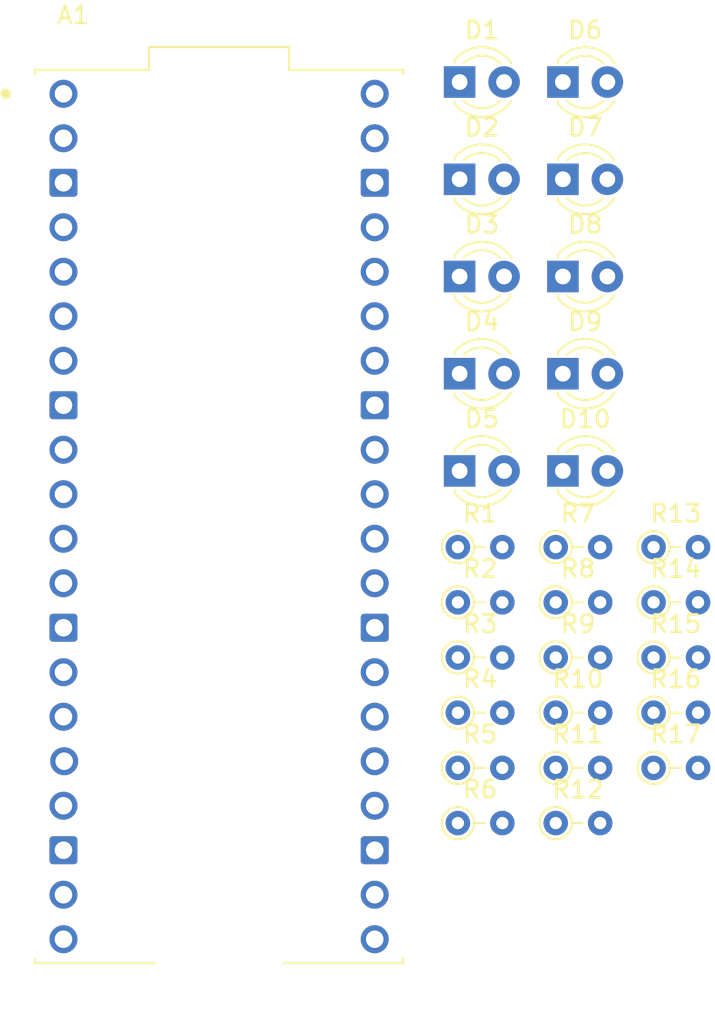
<source format=kicad_pcb>
(kicad_pcb (version 20240108) (generator "pcbnew") (generator_version "8.0")
  (layers (0 "F.Cu" signal) (31 "B.Cu" signal) (34 "B.Paste" user) (35 "F.Paste" user) (36 "B.SilkS" user "B.Silkscreen") (37 "F.SilkS" user "F.Silkscreen") (38 "B.Mask" user) (39 "F.Mask" user) (44 "Edge.Cuts" user))
  (net 0 "")
  (net 1 "Net-(A1-GP19)")
  (net 8 "Net-(A1-GP6)")
  (net 13 "Net-(D1-K)")
  (net 14 "Net-(A1-GP2)")
  (net 16 "Net-(A1-GP0)")
  (net 18 "Net-(A1-3V3_OUT)")
  (net 19 "Net-(A1-GP5)")
  (net 20 "Net-(A1-GP1)")
  (net 23 "Net-(A1-GP21)")
  (net 33 "Net-(A1-GP18)")
  (net 35 "Net-(A1-GP22)")
  (net 36 "Net-(A1-GP4)")
  (net 37 "Net-(A1-GP16)")
  (net 38 "Net-(A1-GP3)")
  (net 39 "Net-(A1-GP20)")
  (net 41 "Net-(D1-A)")
  (net 42 "Net-(D2-A)")
  (net 43 "Net-(D3-A)")
  (net 44 "Net-(D4-A)")
  (net 45 "Net-(D5-A)")
  (net 46 "Net-(D6-A)")
  (net 47 "Net-(D7-A)")
  (net 48 "Net-(D8-A)")
  (net 49 "Net-(D9-A)")
  (net 50 "Net-(D10-A)")
  (net 51 "Net-(U1-9)")
  (net 52 "Net-(U1-8)")
  (net 53 "Net-(U1-7)")
  (net 54 "Net-(U1-6)")
  (net 55 "Net-(U1-5)")
  (net 56 "Net-(U1-4)")
  (net 57 "Net-(U1-3)")
  (net 58 "Net-(U1-2)")
  (net 59 "Net-(U1-1)")
  (net 60 "Net-(U1-0)")
  (net 61 "Net-(LD1-A)")
  (net 62 "Net-(LD2-A)")
  (net 63 "Net-(LD3-A)")
  (net 64 "Net-(LD4-A)")
  (net 65 "Net-(LD5-A)")
  (net 66 "Net-(LD6-A)")
  (net 67 "Net-(LD7-A)")
  (footprint "LED_THT:LED_D3.0mm" (layer "F.Cu") (at 32.155 7.825)
    (property "Reference" "D7" (at 1.27 -2.96 0) (layer "F.SilkS"))
    (property "Value" "LED")
    (fp_line (start -0.29 -1.236) (end -0.29 -1.08) (stroke (width 0.12)) (layer "F.SilkS"))
    (fp_line (start -0.29 1.08) (end -0.29 1.236) (stroke (width 0.12)) (layer "F.SilkS"))
    (fp_arc (start -0.29 -1.235516) (mid 1.366487 -1.987659) (end 2.942335 -1.078608) (stroke (width 0.12)) (layer "F.SilkS"))
    (fp_arc (start 0.229039 -1.08) (mid 1.270117 -1.5) (end 2.31113 -1.079837) (stroke (width 0.12)) (layer "F.SilkS"))
    (fp_arc (start 2.31113 1.079837) (mid 1.270117 1.5) (end 0.229039 1.08) (stroke (width 0.12)) (layer "F.SilkS"))
    (fp_arc (start 2.942335 1.078608) (mid 1.366487 1.987659) (end -0.29 1.235516) (stroke (width 0.12)) (layer "F.SilkS"))
    (pad "1" thru_hole rect (at 0 0) (size 1.8 1.8) (drill 0.9) (layers "*.Cu" "*.Mask") (net 13 "Net-(D1-K)"))
    (pad "2" thru_hole circle (at 2.54 0) (size 1.8 1.8) (drill 0.9) (layers "*.Cu" "*.Mask") (net 47 "Net-(D7-A)"))
  )
  (footprint "Resistor_THT:R_Axial_DIN0204_L3.6mm_D1.6mm_P2.54mm_Vertical" (layer "F.Cu") (at 31.745 41.425)
    (property "Reference" "R11" (at 1.27 -1.92 0) (layer "F.SilkS"))
    (property "Value" "R")
    (fp_line (start 0.92 0) (end 1.54 0) (stroke (width 0.12)) (layer "F.SilkS"))
    (fp_circle (center 0 0) (end 0.92 0) (stroke (width 0.12)) (fill none) (layer "F.SilkS"))
    (pad "1" thru_hole circle (at 0 0) (size 1.4 1.4) (drill 0.7) (layers "*.Cu" "*.Mask") (net 61 "Net-(LD1-A)"))
    (pad "2" thru_hole oval (at 2.54 0) (size 1.4 1.4) (drill 0.7) (layers "*.Cu" "*.Mask") (net 16 "Net-(A1-GP0)"))
  )
  (footprint "LED_THT:LED_D3.0mm" (layer "F.Cu") (at 26.255 7.825)
    (property "Reference" "D2" (at 1.27 -2.96 0) (layer "F.SilkS"))
    (property "Value" "LED")
    (fp_line (start -0.29 -1.236) (end -0.29 -1.08) (stroke (width 0.12)) (layer "F.SilkS"))
    (fp_line (start -0.29 1.08) (end -0.29 1.236) (stroke (width 0.12)) (layer "F.SilkS"))
    (fp_arc (start -0.29 -1.235516) (mid 1.366487 -1.987659) (end 2.942335 -1.078608) (stroke (width 0.12)) (layer "F.SilkS"))
    (fp_arc (start 0.229039 -1.08) (mid 1.270117 -1.5) (end 2.31113 -1.079837) (stroke (width 0.12)) (layer "F.SilkS"))
    (fp_arc (start 2.31113 1.079837) (mid 1.270117 1.5) (end 0.229039 1.08) (stroke (width 0.12)) (layer "F.SilkS"))
    (fp_arc (start 2.942335 1.078608) (mid 1.366487 1.987659) (end -0.29 1.235516) (stroke (width 0.12)) (layer "F.SilkS"))
    (pad "1" thru_hole rect (at 0 0) (size 1.8 1.8) (drill 0.9) (layers "*.Cu" "*.Mask") (net 13 "Net-(D1-K)"))
    (pad "2" thru_hole circle (at 2.54 0) (size 1.8 1.8) (drill 0.9) (layers "*.Cu" "*.Mask") (net 42 "Net-(D2-A)"))
  )
  (footprint "Resistor_THT:R_Axial_DIN0204_L3.6mm_D1.6mm_P2.54mm_Vertical" (layer "F.Cu") (at 31.745 44.575)
    (property "Reference" "R12" (at 1.27 -1.92 0) (layer "F.SilkS"))
    (property "Value" "R")
    (fp_line (start 0.92 0) (end 1.54 0) (stroke (width 0.12)) (layer "F.SilkS"))
    (fp_circle (center 0 0) (end 0.92 0) (stroke (width 0.12)) (fill none) (layer "F.SilkS"))
    (pad "1" thru_hole circle (at 0 0) (size 1.4 1.4) (drill 0.7) (layers "*.Cu" "*.Mask") (net 62 "Net-(LD2-A)"))
    (pad "2" thru_hole oval (at 2.54 0) (size 1.4 1.4) (drill 0.7) (layers "*.Cu" "*.Mask") (net 20 "Net-(A1-GP1)"))
  )
  (footprint "Resistor_THT:R_Axial_DIN0204_L3.6mm_D1.6mm_P2.54mm_Vertical" (layer "F.Cu") (at 37.335 41.425)
    (property "Reference" "R17" (at 1.27 -1.92 0) (layer "F.SilkS"))
    (property "Value" "R")
    (fp_line (start 0.92 0) (end 1.54 0) (stroke (width 0.12)) (layer "F.SilkS"))
    (fp_circle (center 0 0) (end 0.92 0) (stroke (width 0.12)) (fill none) (layer "F.SilkS"))
    (pad "1" thru_hole circle (at 0 0) (size 1.4 1.4) (drill 0.7) (layers "*.Cu" "*.Mask") (net 67 "Net-(LD7-A)"))
    (pad "2" thru_hole oval (at 2.54 0) (size 1.4 1.4) (drill 0.7) (layers "*.Cu" "*.Mask") (net 8 "Net-(A1-GP6)"))
  )
  (footprint "LED_THT:LED_D3.0mm" (layer "F.Cu") (at 26.255 2.275)
    (property "Reference" "D1" (at 1.27 -2.96 0) (layer "F.SilkS"))
    (property "Value" "LED")
    (fp_line (start -0.29 -1.236) (end -0.29 -1.08) (stroke (width 0.12)) (layer "F.SilkS"))
    (fp_line (start -0.29 1.08) (end -0.29 1.236) (stroke (width 0.12)) (layer "F.SilkS"))
    (fp_arc (start -0.29 -1.235516) (mid 1.366487 -1.987659) (end 2.942335 -1.078608) (stroke (width 0.12)) (layer "F.SilkS"))
    (fp_arc (start 0.229039 -1.08) (mid 1.270117 -1.5) (end 2.31113 -1.079837) (stroke (width 0.12)) (layer "F.SilkS"))
    (fp_arc (start 2.31113 1.079837) (mid 1.270117 1.5) (end 0.229039 1.08) (stroke (width 0.12)) (layer "F.SilkS"))
    (fp_arc (start 2.942335 1.078608) (mid 1.366487 1.987659) (end -0.29 1.235516) (stroke (width 0.12)) (layer "F.SilkS"))
    (pad "1" thru_hole rect (at 0 0) (size 1.8 1.8) (drill 0.9) (layers "*.Cu" "*.Mask") (net 13 "Net-(D1-K)"))
    (pad "2" thru_hole circle (at 2.54 0) (size 1.8 1.8) (drill 0.9) (layers "*.Cu" "*.Mask") (net 41 "Net-(D1-A)"))
  )
  (footprint "Resistor_THT:R_Axial_DIN0204_L3.6mm_D1.6mm_P2.54mm_Vertical" (layer "F.Cu") (at 26.155 41.425)
    (property "Reference" "R5" (at 1.27 -1.92 0) (layer "F.SilkS"))
    (property "Value" "R")
    (fp_line (start 0.92 0) (end 1.54 0) (stroke (width 0.12)) (layer "F.SilkS"))
    (fp_circle (center 0 0) (end 0.92 0) (stroke (width 0.12)) (fill none) (layer "F.SilkS"))
    (pad "1" thru_hole circle (at 0 0) (size 1.4 1.4) (drill 0.7) (layers "*.Cu" "*.Mask") (net 45 "Net-(D5-A)"))
    (pad "2" thru_hole oval (at 2.54 0) (size 1.4 1.4) (drill 0.7) (layers "*.Cu" "*.Mask") (net 55 "Net-(U1-5)"))
  )
  (footprint "LED_THT:LED_D3.0mm" (layer "F.Cu") (at 32.155 24.475)
    (property "Reference" "D10" (at 1.27 -2.96 0) (layer "F.SilkS"))
    (property "Value" "LED")
    (fp_line (start -0.29 -1.236) (end -0.29 -1.08) (stroke (width 0.12)) (layer "F.SilkS"))
    (fp_line (start -0.29 1.08) (end -0.29 1.236) (stroke (width 0.12)) (layer "F.SilkS"))
    (fp_arc (start -0.29 -1.235516) (mid 1.366487 -1.987659) (end 2.942335 -1.078608) (stroke (width 0.12)) (layer "F.SilkS"))
    (fp_arc (start 0.229039 -1.08) (mid 1.270117 -1.5) (end 2.31113 -1.079837) (stroke (width 0.12)) (layer "F.SilkS"))
    (fp_arc (start 2.31113 1.079837) (mid 1.270117 1.5) (end 0.229039 1.08) (stroke (width 0.12)) (layer "F.SilkS"))
    (fp_arc (start 2.942335 1.078608) (mid 1.366487 1.987659) (end -0.29 1.235516) (stroke (width 0.12)) (layer "F.SilkS"))
    (pad "1" thru_hole rect (at 0 0) (size 1.8 1.8) (drill 0.9) (layers "*.Cu" "*.Mask") (net 13 "Net-(D1-K)"))
    (pad "2" thru_hole circle (at 2.54 0) (size 1.8 1.8) (drill 0.9) (layers "*.Cu" "*.Mask") (net 50 "Net-(D10-A)"))
  )
  (footprint "LED_THT:LED_D3.0mm" (layer "F.Cu") (at 26.255 24.475)
    (property "Reference" "D5" (at 1.27 -2.96 0) (layer "F.SilkS"))
    (property "Value" "LED")
    (fp_line (start -0.29 -1.236) (end -0.29 -1.08) (stroke (width 0.12)) (layer "F.SilkS"))
    (fp_line (start -0.29 1.08) (end -0.29 1.236) (stroke (width 0.12)) (layer "F.SilkS"))
    (fp_arc (start -0.29 -1.235516) (mid 1.366487 -1.987659) (end 2.942335 -1.078608) (stroke (width 0.12)) (layer "F.SilkS"))
    (fp_arc (start 0.229039 -1.08) (mid 1.270117 -1.5) (end 2.31113 -1.079837) (stroke (width 0.12)) (layer "F.SilkS"))
    (fp_arc (start 2.31113 1.079837) (mid 1.270117 1.5) (end 0.229039 1.08) (stroke (width 0.12)) (layer "F.SilkS"))
    (fp_arc (start 2.942335 1.078608) (mid 1.366487 1.987659) (end -0.29 1.235516) (stroke (width 0.12)) (layer "F.SilkS"))
    (pad "1" thru_hole rect (at 0 0) (size 1.8 1.8) (drill 0.9) (layers "*.Cu" "*.Mask") (net 13 "Net-(D1-K)"))
    (pad "2" thru_hole circle (at 2.54 0) (size 1.8 1.8) (drill 0.9) (layers "*.Cu" "*.Mask") (net 45 "Net-(D5-A)"))
  )
  (footprint "Resistor_THT:R_Axial_DIN0204_L3.6mm_D1.6mm_P2.54mm_Vertical" (layer "F.Cu") (at 37.335 35.125)
    (property "Reference" "R15" (at 1.27 -1.92 0) (layer "F.SilkS"))
    (property "Value" "R")
    (fp_line (start 0.92 0) (end 1.54 0) (stroke (width 0.12)) (layer "F.SilkS"))
    (fp_circle (center 0 0) (end 0.92 0) (stroke (width 0.12)) (fill none) (layer "F.SilkS"))
    (pad "1" thru_hole circle (at 0 0) (size 1.4 1.4) (drill 0.7) (layers "*.Cu" "*.Mask") (net 65 "Net-(LD5-A)"))
    (pad "2" thru_hole oval (at 2.54 0) (size 1.4 1.4) (drill 0.7) (layers "*.Cu" "*.Mask") (net 36 "Net-(A1-GP4)"))
  )
  (footprint "Resistor_THT:R_Axial_DIN0204_L3.6mm_D1.6mm_P2.54mm_Vertical" (layer "F.Cu") (at 26.155 38.275)
    (property "Reference" "R4" (at 1.27 -1.92 0) (layer "F.SilkS"))
    (property "Value" "R")
    (fp_line (start 0.92 0) (end 1.54 0) (stroke (width 0.12)) (layer "F.SilkS"))
    (fp_circle (center 0 0) (end 0.92 0) (stroke (width 0.12)) (fill none) (layer "F.SilkS"))
    (pad "1" thru_hole circle (at 0 0) (size 1.4 1.4) (drill 0.7) (layers "*.Cu" "*.Mask") (net 54 "Net-(U1-6)"))
    (pad "2" thru_hole oval (at 2.54 0) (size 1.4 1.4) (drill 0.7) (layers "*.Cu" "*.Mask") (net 44 "Net-(D4-A)"))
  )
  (footprint "Resistor_THT:R_Axial_DIN0204_L3.6mm_D1.6mm_P2.54mm_Vertical" (layer "F.Cu") (at 31.745 28.825)
    (property "Reference" "R7" (at 1.27 -1.92 0) (layer "F.SilkS"))
    (property "Value" "R")
    (fp_line (start 0.92 0) (end 1.54 0) (stroke (width 0.12)) (layer "F.SilkS"))
    (fp_circle (center 0 0) (end 0.92 0) (stroke (width 0.12)) (fill none) (layer "F.SilkS"))
    (pad "1" thru_hole circle (at 0 0) (size 1.4 1.4) (drill 0.7) (layers "*.Cu" "*.Mask") (net 57 "Net-(U1-3)"))
    (pad "2" thru_hole oval (at 2.54 0) (size 1.4 1.4) (drill 0.7) (layers "*.Cu" "*.Mask") (net 47 "Net-(D7-A)"))
  )
  (footprint "Resistor_THT:R_Axial_DIN0204_L3.6mm_D1.6mm_P2.54mm_Vertical" (layer "F.Cu") (at 26.155 28.825)
    (property "Reference" "R1" (at 1.27 -1.92 0) (layer "F.SilkS"))
    (property "Value" "R")
    (fp_line (start 0.92 0) (end 1.54 0) (stroke (width 0.12)) (layer "F.SilkS"))
    (fp_circle (center 0 0) (end 0.92 0) (stroke (width 0.12)) (fill none) (layer "F.SilkS"))
    (pad "1" thru_hole circle (at 0 0) (size 1.4 1.4) (drill 0.7) (layers "*.Cu" "*.Mask") (net 51 "Net-(U1-9)"))
    (pad "2" thru_hole oval (at 2.54 0) (size 1.4 1.4) (drill 0.7) (layers "*.Cu" "*.Mask") (net 41 "Net-(D1-A)"))
  )
  (footprint "Resistor_THT:R_Axial_DIN0204_L3.6mm_D1.6mm_P2.54mm_Vertical" (layer "F.Cu") (at 31.745 38.275)
    (property "Reference" "R10" (at 1.27 -1.92 0) (layer "F.SilkS"))
    (property "Value" "R")
    (fp_line (start 0.92 0) (end 1.54 0) (stroke (width 0.12)) (layer "F.SilkS"))
    (fp_circle (center 0 0) (end 0.92 0) (stroke (width 0.12)) (fill none) (layer "F.SilkS"))
    (pad "1" thru_hole circle (at 0 0) (size 1.4 1.4) (drill 0.7) (layers "*.Cu" "*.Mask") (net 60 "Net-(U1-0)"))
    (pad "2" thru_hole oval (at 2.54 0) (size 1.4 1.4) (drill 0.7) (layers "*.Cu" "*.Mask") (net 50 "Net-(D10-A)"))
  )
  (footprint "LED_THT:LED_D3.0mm" (layer "F.Cu") (at 32.155 18.925)
    (property "Reference" "D9" (at 1.27 -2.96 0) (layer "F.SilkS"))
    (property "Value" "LED")
    (fp_line (start -0.29 -1.236) (end -0.29 -1.08) (stroke (width 0.12)) (layer "F.SilkS"))
    (fp_line (start -0.29 1.08) (end -0.29 1.236) (stroke (width 0.12)) (layer "F.SilkS"))
    (fp_arc (start -0.29 -1.235516) (mid 1.366487 -1.987659) (end 2.942335 -1.078608) (stroke (width 0.12)) (layer "F.SilkS"))
    (fp_arc (start 0.229039 -1.08) (mid 1.270117 -1.5) (end 2.31113 -1.079837) (stroke (width 0.12)) (layer "F.SilkS"))
    (fp_arc (start 2.31113 1.079837) (mid 1.270117 1.5) (end 0.229039 1.08) (stroke (width 0.12)) (layer "F.SilkS"))
    (fp_arc (start 2.942335 1.078608) (mid 1.366487 1.987659) (end -0.29 1.235516) (stroke (width 0.12)) (layer "F.SilkS"))
    (pad "1" thru_hole rect (at 0 0) (size 1.8 1.8) (drill 0.9) (layers "*.Cu" "*.Mask") (net 13 "Net-(D1-K)"))
    (pad "2" thru_hole circle (at 2.54 0) (size 1.8 1.8) (drill 0.9) (layers "*.Cu" "*.Mask") (net 49 "Net-(D9-A)"))
  )
  (footprint "Resistor_THT:R_Axial_DIN0204_L3.6mm_D1.6mm_P2.54mm_Vertical" (layer "F.Cu") (at 31.745 31.975)
    (property "Reference" "R8" (at 1.27 -1.92 0) (layer "F.SilkS"))
    (property "Value" "R")
    (fp_line (start 0.92 0) (end 1.54 0) (stroke (width 0.12)) (layer "F.SilkS"))
    (fp_circle (center 0 0) (end 0.92 0) (stroke (width 0.12)) (fill none) (layer "F.SilkS"))
    (pad "1" thru_hole circle (at 0 0) (size 1.4 1.4) (drill 0.7) (layers "*.Cu" "*.Mask") (net 58 "Net-(U1-2)"))
    (pad "2" thru_hole oval (at 2.54 0) (size 1.4 1.4) (drill 0.7) (layers "*.Cu" "*.Mask") (net 48 "Net-(D8-A)"))
  )
  (footprint "LED_THT:LED_D3.0mm" (layer "F.Cu") (at 26.255 18.925)
    (property "Reference" "D4" (at 1.27 -2.96 0) (layer "F.SilkS"))
    (property "Value" "LED")
    (fp_line (start -0.29 -1.236) (end -0.29 -1.08) (stroke (width 0.12)) (layer "F.SilkS"))
    (fp_line (start -0.29 1.08) (end -0.29 1.236) (stroke (width 0.12)) (layer "F.SilkS"))
    (fp_arc (start -0.29 -1.235516) (mid 1.366487 -1.987659) (end 2.942335 -1.078608) (stroke (width 0.12)) (layer "F.SilkS"))
    (fp_arc (start 0.229039 -1.08) (mid 1.270117 -1.5) (end 2.31113 -1.079837) (stroke (width 0.12)) (layer "F.SilkS"))
    (fp_arc (start 2.31113 1.079837) (mid 1.270117 1.5) (end 0.229039 1.08) (stroke (width 0.12)) (layer "F.SilkS"))
    (fp_arc (start 2.942335 1.078608) (mid 1.366487 1.987659) (end -0.29 1.235516) (stroke (width 0.12)) (layer "F.SilkS"))
    (pad "1" thru_hole rect (at 0 0) (size 1.8 1.8) (drill 0.9) (layers "*.Cu" "*.Mask") (net 13 "Net-(D1-K)"))
    (pad "2" thru_hole circle (at 2.54 0) (size 1.8 1.8) (drill 0.9) (layers "*.Cu" "*.Mask") (net 44 "Net-(D4-A)"))
  )
  (footprint "LED_THT:LED_D3.0mm" (layer "F.Cu") (at 32.155 2.275)
    (property "Reference" "D6" (at 1.27 -2.96 0) (layer "F.SilkS"))
    (property "Value" "LED")
    (fp_line (start -0.29 -1.236) (end -0.29 -1.08) (stroke (width 0.12)) (layer "F.SilkS"))
    (fp_line (start -0.29 1.08) (end -0.29 1.236) (stroke (width 0.12)) (layer "F.SilkS"))
    (fp_arc (start -0.29 -1.235516) (mid 1.366487 -1.987659) (end 2.942335 -1.078608) (stroke (width 0.12)) (layer "F.SilkS"))
    (fp_arc (start 0.229039 -1.08) (mid 1.270117 -1.5) (end 2.31113 -1.079837) (stroke (width 0.12)) (layer "F.SilkS"))
    (fp_arc (start 2.31113 1.079837) (mid 1.270117 1.5) (end 0.229039 1.08) (stroke (width 0.12)) (layer "F.SilkS"))
    (fp_arc (start 2.942335 1.078608) (mid 1.366487 1.987659) (end -0.29 1.235516) (stroke (width 0.12)) (layer "F.SilkS"))
    (pad "1" thru_hole rect (at 0 0) (size 1.8 1.8) (drill 0.9) (layers "*.Cu" "*.Mask") (net 13 "Net-(D1-K)"))
    (pad "2" thru_hole circle (at 2.54 0) (size 1.8 1.8) (drill 0.9) (layers "*.Cu" "*.Mask") (net 46 "Net-(D6-A)"))
  )
  (footprint "LED_THT:LED_D3.0mm" (layer "F.Cu") (at 26.255 13.375)
    (property "Reference" "D3" (at 1.27 -2.96 0) (layer "F.SilkS"))
    (property "Value" "LED")
    (fp_line (start -0.29 -1.236) (end -0.29 -1.08) (stroke (width 0.12)) (layer "F.SilkS"))
    (fp_line (start -0.29 1.08) (end -0.29 1.236) (stroke (width 0.12)) (layer "F.SilkS"))
    (fp_arc (start -0.29 -1.235516) (mid 1.366487 -1.987659) (end 2.942335 -1.078608) (stroke (width 0.12)) (layer "F.SilkS"))
    (fp_arc (start 0.229039 -1.08) (mid 1.270117 -1.5) (end 2.31113 -1.079837) (stroke (width 0.12)) (layer "F.SilkS"))
    (fp_arc (start 2.31113 1.079837) (mid 1.270117 1.5) (end 0.229039 1.08) (stroke (width 0.12)) (layer "F.SilkS"))
    (fp_arc (start 2.942335 1.078608) (mid 1.366487 1.987659) (end -0.29 1.235516) (stroke (width 0.12)) (layer "F.SilkS"))
    (pad "1" thru_hole rect (at 0 0) (size 1.8 1.8) (drill 0.9) (layers "*.Cu" "*.Mask") (net 13 "Net-(D1-K)"))
    (pad "2" thru_hole circle (at 2.54 0) (size 1.8 1.8) (drill 0.9) (layers "*.Cu" "*.Mask") (net 43 "Net-(D3-A)"))
  )
  (footprint "Resistor_THT:R_Axial_DIN0204_L3.6mm_D1.6mm_P2.54mm_Vertical" (layer "F.Cu") (at 31.745 35.125)
    (property "Reference" "R9" (at 1.27 -1.92 0) (layer "F.SilkS"))
    (property "Value" "R")
    (fp_line (start 0.92 0) (end 1.54 0) (stroke (width 0.12)) (layer "F.SilkS"))
    (fp_circle (center 0 0) (end 0.92 0) (stroke (width 0.12)) (fill none) (layer "F.SilkS"))
    (pad "1" thru_hole circle (at 0 0) (size 1.4 1.4) (drill 0.7) (layers "*.Cu" "*.Mask") (net 59 "Net-(U1-1)"))
    (pad "2" thru_hole oval (at 2.54 0) (size 1.4 1.4) (drill 0.7) (layers "*.Cu" "*.Mask") (net 49 "Net-(D9-A)"))
  )
  (footprint "LED_THT:LED_D3.0mm" (layer "F.Cu") (at 32.155 13.375)
    (property "Reference" "D8" (at 1.27 -2.96 0) (layer "F.SilkS"))
    (property "Value" "LED")
    (fp_line (start -0.29 -1.236) (end -0.29 -1.08) (stroke (width 0.12)) (layer "F.SilkS"))
    (fp_line (start -0.29 1.08) (end -0.29 1.236) (stroke (width 0.12)) (layer "F.SilkS"))
    (fp_arc (start -0.29 -1.235516) (mid 1.366487 -1.987659) (end 2.942335 -1.078608) (stroke (width 0.12)) (layer "F.SilkS"))
    (fp_arc (start 0.229039 -1.08) (mid 1.270117 -1.5) (end 2.31113 -1.079837) (stroke (width 0.12)) (layer "F.SilkS"))
    (fp_arc (start 2.31113 1.079837) (mid 1.270117 1.5) (end 0.229039 1.08) (stroke (width 0.12)) (layer "F.SilkS"))
    (fp_arc (start 2.942335 1.078608) (mid 1.366487 1.987659) (end -0.29 1.235516) (stroke (width 0.12)) (layer "F.SilkS"))
    (pad "1" thru_hole rect (at 0 0) (size 1.8 1.8) (drill 0.9) (layers "*.Cu" "*.Mask") (net 13 "Net-(D1-K)"))
    (pad "2" thru_hole circle (at 2.54 0) (size 1.8 1.8) (drill 0.9) (layers "*.Cu" "*.Mask") (net 48 "Net-(D8-A)"))
  )
  (footprint "Resistor_THT:R_Axial_DIN0204_L3.6mm_D1.6mm_P2.54mm_Vertical" (layer "F.Cu") (at 37.335 28.825)
    (property "Reference" "R13" (at 1.27 -1.92 0) (layer "F.SilkS"))
    (property "Value" "R")
    (fp_line (start 0.92 0) (end 1.54 0) (stroke (width 0.12)) (layer "F.SilkS"))
    (fp_circle (center 0 0) (end 0.92 0) (stroke (width 0.12)) (fill none) (layer "F.SilkS"))
    (pad "1" thru_hole circle (at 0 0) (size 1.4 1.4) (drill 0.7) (layers "*.Cu" "*.Mask") (net 63 "Net-(LD3-A)"))
    (pad "2" thru_hole oval (at 2.54 0) (size 1.4 1.4) (drill 0.7) (layers "*.Cu" "*.Mask") (net 14 "Net-(A1-GP2)"))
  )
  (footprint "Resistor_THT:R_Axial_DIN0204_L3.6mm_D1.6mm_P2.54mm_Vertical" (layer "F.Cu") (at 37.335 31.975)
    (property "Reference" "R14" (at 1.27 -1.92 0) (layer "F.SilkS"))
    (property "Value" "R")
    (fp_line (start 0.92 0) (end 1.54 0) (stroke (width 0.12)) (layer "F.SilkS"))
    (fp_circle (center 0 0) (end 0.92 0) (stroke (width 0.12)) (fill none) (layer "F.SilkS"))
    (pad "1" thru_hole circle (at 0 0) (size 1.4 1.4) (drill 0.7) (layers "*.Cu" "*.Mask") (net 64 "Net-(LD4-A)"))
    (pad "2" thru_hole oval (at 2.54 0) (size 1.4 1.4) (drill 0.7) (layers "*.Cu" "*.Mask") (net 38 "Net-(A1-GP3)"))
  )
  (footprint "Resistor_THT:R_Axial_DIN0204_L3.6mm_D1.6mm_P2.54mm_Vertical" (layer "F.Cu") (at 37.335 38.275)
    (property "Reference" "R16" (at 1.27 -1.92 0) (layer "F.SilkS"))
    (property "Value" "R")
    (fp_line (start 0.92 0) (end 1.54 0) (stroke (width 0.12)) (layer "F.SilkS"))
    (fp_circle (center 0 0) (end 0.92 0) (stroke (width 0.12)) (fill none) (layer "F.SilkS"))
    (pad "1" thru_hole circle (at 0 0) (size 1.4 1.4) (drill 0.7) (layers "*.Cu" "*.Mask") (net 66 "Net-(LD6-A)"))
    (pad "2" thru_hole oval (at 2.54 0) (size 1.4 1.4) (drill 0.7) (layers "*.Cu" "*.Mask") (net 19 "Net-(A1-GP5)"))
  )
  (footprint "SC0918:MODULE_SC0918" (layer "F.Cu") (at 12.515 27.075)
    (property "Reference" "A1" (at -8.325 -28.635 0) (layer "F.SilkS"))
    (property "Value" "SC0918")
    (fp_line (start -10.5 -25.5) (end -4 -25.5) (stroke (width 0.127)) (layer "F.SilkS"))
    (fp_line (start -10.5 -25.25) (end -10.5 -25.5) (stroke (width 0.127)) (layer "F.SilkS"))
    (fp_line (start -10.5 25.5) (end -10.5 25.25) (stroke (width 0.127)) (layer "F.SilkS"))
    (fp_line (start -4 -26.8) (end 4 -26.8) (stroke (width 0.127)) (layer "F.SilkS"))
    (fp_line (start -4 -25.5) (end -4 -26.8) (stroke (width 0.127)) (layer "F.SilkS"))
    (fp_line (start -3.66 25.5) (end -10.5 25.5) (stroke (width 0.127)) (layer "F.SilkS"))
    (fp_line (start 4 -26.8) (end 4 -25.5) (stroke (width 0.127)) (layer "F.SilkS"))
    (fp_line (start 4 -25.5) (end 10.5 -25.5) (stroke (width 0.127)) (layer "F.SilkS"))
    (fp_line (start 10.5 -25.5) (end 10.5 -25.25) (stroke (width 0.127)) (layer "F.SilkS"))
    (fp_line (start 10.5 25.5) (end 3.66 25.5) (stroke (width 0.127)) (layer "F.SilkS"))
    (fp_line (start 10.5 25.5) (end 10.5 25.25) (stroke (width 0.127)) (layer "F.SilkS"))
    (fp_circle (center -12.19 -24.13) (end -11.99 -24.13) (stroke (width 0.2)) (fill solid) (layer "F.SilkS"))
    (pad "1" thru_hole circle (at -8.89 -24.13) (size 1.6 1.6) (drill 1) (layers "*.Cu" "*.Mask") (net 16 "Net-(A1-GP0)"))
    (pad "2" thru_hole circle (at -8.89 -21.59) (size 1.6 1.6) (drill 1) (layers "*.Cu" "*.Mask") (net 20 "Net-(A1-GP1)"))
    (pad "3" thru_hole roundrect (at -8.89 -19.05) (size 1.6 1.6) (drill 1) (layers "*.Cu" "*.Mask") (roundrect_rratio 0.125))
    (pad "4" thru_hole circle (at -8.89 -16.51) (size 1.6 1.6) (drill 1) (layers "*.Cu" "*.Mask") (net 14 "Net-(A1-GP2)"))
    (pad "5" thru_hole circle (at -8.89 -13.97) (size 1.6 1.6) (drill 1) (layers "*.Cu" "*.Mask") (net 38 "Net-(A1-GP3)"))
    (pad "6" thru_hole circle (at -8.89 -11.43) (size 1.6 1.6) (drill 1) (layers "*.Cu" "*.Mask") (net 36 "Net-(A1-GP4)"))
    (pad "7" thru_hole circle (at -8.89 -8.89) (size 1.6 1.6) (drill 1) (layers "*.Cu" "*.Mask") (net 19 "Net-(A1-GP5)"))
    (pad "8" thru_hole roundrect (at -8.89 -6.35) (size 1.6 1.6) (drill 1) (layers "*.Cu" "*.Mask") (roundrect_rratio 0.125))
    (pad "9" thru_hole circle (at -8.89 -3.81) (size 1.6 1.6) (drill 1) (layers "*.Cu" "*.Mask") (net 8 "Net-(A1-GP6)"))
    (pad "10" thru_hole circle (at -8.89 -1.27) (size 1.6 1.6) (drill 1) (layers "*.Cu" "*.Mask"))
    (pad "11" thru_hole circle (at -8.89 1.27) (size 1.6 1.6) (drill 1) (layers "*.Cu" "*.Mask"))
    (pad "12" thru_hole circle (at -8.89 3.81) (size 1.6 1.6) (drill 1) (layers "*.Cu" "*.Mask"))
    (pad "13" thru_hole roundrect (at -8.89 6.35) (size 1.6 1.6) (drill 1) (layers "*.Cu" "*.Mask") (roundrect_rratio 0.125))
    (pad "14" thru_hole circle (at -8.89 8.89) (size 1.6 1.6) (drill 1) (layers "*.Cu" "*.Mask"))
    (pad "15" thru_hole circle (at -8.89 11.43) (size 1.6 1.6) (drill 1) (layers "*.Cu" "*.Mask"))
    (pad "16" thru_hole circle (at -8.848119 13.97) (size 1.6 1.6) (drill 1) (layers "*.Cu" "*.Mask"))
    (pad "17" thru_hole circle (at -8.89 16.51) (size 1.6 1.6) (drill 1) (layers "*.Cu" "*.Mask"))
    (pad "18" thru_hole roundrect (at -8.89 19.05) (size 1.6 1.6) (drill 1) (layers "*.Cu" "*.Mask") (roundrect_rratio 0.125))
    (pad "19" thru_hole circle (at -8.89 21.59) (size 1.6 1.6) (drill 1) (layers "*.Cu" "*.Mask"))
    (pad "20" thru_hole circle (at -8.89 24.13) (size 1.6 1.6) (drill 1) (layers "*.Cu" "*.Mask"))
    (pad "21" thru_hole circle (at 8.89 24.13) (size 1.6 1.6) (drill 1) (layers "*.Cu" "*.Mask") (net 37 "Net-(A1-GP16)"))
    (pad "22" thru_hole circle (at 8.89 21.59) (size 1.6 1.6) (drill 1) (layers "*.Cu" "*.Mask"))
    (pad "23" thru_hole roundrect (at 8.89 19.05) (size 1.6 1.6) (drill 1) (layers "*.Cu" "*.Mask") (roundrect_rratio 0.125))
    (pad "24" thru_hole circle (at 8.89 16.51) (size 1.6 1.6) (drill 1) (layers "*.Cu" "*.Mask") (net 33 "Net-(A1-GP18)"))
    (pad "25" thru_hole circle (at 8.89 13.97) (size 1.6 1.6) (drill 1) (layers "*.Cu" "*.Mask") (net 1 "Net-(A1-GP19)"))
    (pad "26" thru_hole circle (at 8.89 11.43) (size 1.6 1.6) (drill 1) (layers "*.Cu" "*.Mask") (net 39 "Net-(A1-GP20)"))
    (pad "27" thru_hole circle (at 8.89 8.89) (size 1.6 1.6) (drill 1) (layers "*.Cu" "*.Mask") (net 23 "Net-(A1-GP21)"))
    (pad "28" thru_hole roundrect (at 8.89 6.35) (size 1.6 1.6) (drill 1) (layers "*.Cu" "*.Mask") (roundrect_rratio 0.125))
    (pad "29" thru_hole circle (at 8.89 3.81) (size 1.6 1.6) (drill 1) (layers "*.Cu" "*.Mask") (net 35 "Net-(A1-GP22)"))
    (pad "30" thru_hole circle (at 8.89 1.27) (size 1.6 1.6) (drill 1) (layers "*.Cu" "*.Mask"))
    (pad "31" thru_hole circle (at 8.89 -1.27) (size 1.6 1.6) (drill 1) (layers "*.Cu" "*.Mask"))
    (pad "32" thru_hole circle (at 8.89 -3.81) (size 1.6 1.6) (drill 1) (layers "*.Cu" "*.Mask"))
    (pad "33" thru_hole roundrect (at 8.89 -6.35) (size 1.6 1.6) (drill 1) (layers "*.Cu" "*.Mask") (roundrect_rratio 0.125))
    (pad "34" thru_hole circle (at 8.89 -8.89) (size 1.6 1.6) (drill 1) (layers "*.Cu" "*.Mask"))
    (pad "35" thru_hole circle (at 8.89 -11.43) (size 1.6 1.6) (drill 1) (layers "*.Cu" "*.Mask"))
    (pad "36" thru_hole circle (at 8.89 -13.97) (size 1.6 1.6) (drill 1) (layers "*.Cu" "*.Mask") (net 18 "Net-(A1-3V3_OUT)"))
    (pad "37" thru_hole circle (at 8.89 -16.51) (size 1.6 1.6) (drill 1) (layers "*.Cu" "*.Mask"))
    (pad "38" thru_hole roundrect (at 8.89 -19.05) (size 1.6 1.6) (drill 1) (layers "*.Cu" "*.Mask") (roundrect_rratio 0.125) (net 13 "Net-(D1-K)"))
    (pad "39" thru_hole circle (at 8.89 -21.59) (size 1.6 1.6) (drill 1) (layers "*.Cu" "*.Mask"))
    (pad "40" thru_hole circle (at 8.89 -24.13) (size 1.6 1.6) (drill 1) (layers "*.Cu" "*.Mask"))
  )
  (footprint "Resistor_THT:R_Axial_DIN0204_L3.6mm_D1.6mm_P2.54mm_Vertical" (layer "F.Cu") (at 26.155 35.125)
    (property "Reference" "R3" (at 1.27 -1.92 0) (layer "F.SilkS"))
    (property "Value" "R")
    (fp_line (start 0.92 0) (end 1.54 0) (stroke (width 0.12)) (layer "F.SilkS"))
    (fp_circle (center 0 0) (end 0.92 0) (stroke (width 0.12)) (fill none) (layer "F.SilkS"))
    (pad "1" thru_hole circle (at 0 0) (size 1.4 1.4) (drill 0.7) (layers "*.Cu" "*.Mask") (net 53 "Net-(U1-7)"))
    (pad "2" thru_hole oval (at 2.54 0) (size 1.4 1.4) (drill 0.7) (layers "*.Cu" "*.Mask") (net 43 "Net-(D3-A)"))
  )
  (footprint "Resistor_THT:R_Axial_DIN0204_L3.6mm_D1.6mm_P2.54mm_Vertical" (layer "F.Cu") (at 26.155 44.575)
    (property "Reference" "R6" (at 1.27 -1.92 0) (layer "F.SilkS"))
    (property "Value" "R")
    (fp_line (start 0.92 0) (end 1.54 0) (stroke (width 0.12)) (layer "F.SilkS"))
    (fp_circle (center 0 0) (end 0.92 0) (stroke (width 0.12)) (fill none) (layer "F.SilkS"))
    (pad "1" thru_hole circle (at 0 0) (size 1.4 1.4) (drill 0.7) (layers "*.Cu" "*.Mask") (net 56 "Net-(U1-4)"))
    (pad "2" thru_hole oval (at 2.54 0) (size 1.4 1.4) (drill 0.7) (layers "*.Cu" "*.Mask") (net 46 "Net-(D6-A)"))
  )
  (footprint "Resistor_THT:R_Axial_DIN0204_L3.6mm_D1.6mm_P2.54mm_Vertical" (layer "F.Cu") (at 26.155 31.975)
    (property "Reference" "R2" (at 1.27 -1.92 0) (layer "F.SilkS"))
    (property "Value" "R")
    (fp_line (start 0.92 0) (end 1.54 0) (stroke (width 0.12)) (layer "F.SilkS"))
    (fp_circle (center 0 0) (end 0.92 0) (stroke (width 0.12)) (fill none) (layer "F.SilkS"))
    (pad "1" thru_hole circle (at 0 0) (size 1.4 1.4) (drill 0.7) (layers "*.Cu" "*.Mask") (net 42 "Net-(D2-A)"))
    (pad "2" thru_hole oval (at 2.54 0) (size 1.4 1.4) (drill 0.7) (layers "*.Cu" "*.Mask") (net 52 "Net-(U1-8)"))
  )
)
</source>
